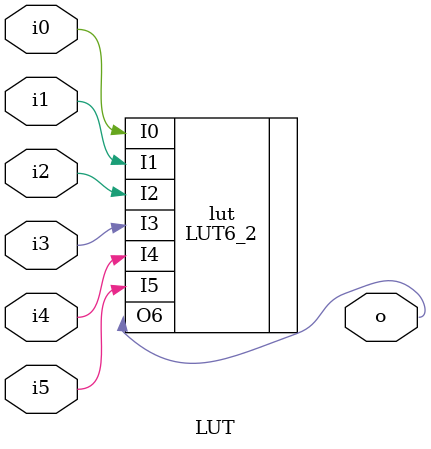
<source format=sv>
module LUT
#(
    parameter INIT_VALUE = 64'hAAAAAAAAAAAAAAAA
)(
    input logic i0,
    input logic i1,
    input logic i2,
    input logic i3,
    input logic i4,
    input logic i5,
    
    output logic o
);

    LUT6_2 lut (
        .I0(i0),
        .I1(i1),
        .I2(i2),
        .I3(i3),
        .I4(i4),
        .I5(i5),
        .O6(o)
    );
    defparam lut.INIT = INIT_VALUE;
    
endmodule
</source>
